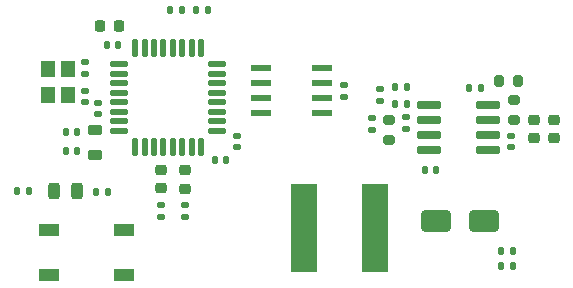
<source format=gbr>
%TF.GenerationSoftware,KiCad,Pcbnew,8.0.1*%
%TF.CreationDate,2024-11-21T12:07:33+07:00*%
%TF.ProjectId,Monitor,4d6f6e69-746f-4722-9e6b-696361645f70,rev?*%
%TF.SameCoordinates,Original*%
%TF.FileFunction,Paste,Top*%
%TF.FilePolarity,Positive*%
%FSLAX46Y46*%
G04 Gerber Fmt 4.6, Leading zero omitted, Abs format (unit mm)*
G04 Created by KiCad (PCBNEW 8.0.1) date 2024-11-21 12:07:33*
%MOMM*%
%LPD*%
G01*
G04 APERTURE LIST*
G04 Aperture macros list*
%AMRoundRect*
0 Rectangle with rounded corners*
0 $1 Rounding radius*
0 $2 $3 $4 $5 $6 $7 $8 $9 X,Y pos of 4 corners*
0 Add a 4 corners polygon primitive as box body*
4,1,4,$2,$3,$4,$5,$6,$7,$8,$9,$2,$3,0*
0 Add four circle primitives for the rounded corners*
1,1,$1+$1,$2,$3*
1,1,$1+$1,$4,$5*
1,1,$1+$1,$6,$7*
1,1,$1+$1,$8,$9*
0 Add four rect primitives between the rounded corners*
20,1,$1+$1,$2,$3,$4,$5,0*
20,1,$1+$1,$4,$5,$6,$7,0*
20,1,$1+$1,$6,$7,$8,$9,0*
20,1,$1+$1,$8,$9,$2,$3,0*%
G04 Aperture macros list end*
%ADD10RoundRect,0.200000X0.200000X0.275000X-0.200000X0.275000X-0.200000X-0.275000X0.200000X-0.275000X0*%
%ADD11R,1.700000X1.000000*%
%ADD12RoundRect,0.140000X0.140000X0.170000X-0.140000X0.170000X-0.140000X-0.170000X0.140000X-0.170000X0*%
%ADD13RoundRect,0.125000X-0.625000X-0.125000X0.625000X-0.125000X0.625000X0.125000X-0.625000X0.125000X0*%
%ADD14RoundRect,0.125000X-0.125000X-0.625000X0.125000X-0.625000X0.125000X0.625000X-0.125000X0.625000X0*%
%ADD15RoundRect,0.140000X-0.170000X0.140000X-0.170000X-0.140000X0.170000X-0.140000X0.170000X0.140000X0*%
%ADD16RoundRect,0.135000X-0.185000X0.135000X-0.185000X-0.135000X0.185000X-0.135000X0.185000X0.135000X0*%
%ADD17RoundRect,0.140000X-0.140000X-0.170000X0.140000X-0.170000X0.140000X0.170000X-0.140000X0.170000X0*%
%ADD18RoundRect,0.218750X0.256250X-0.218750X0.256250X0.218750X-0.256250X0.218750X-0.256250X-0.218750X0*%
%ADD19RoundRect,0.073750X-0.801250X-0.221250X0.801250X-0.221250X0.801250X0.221250X-0.801250X0.221250X0*%
%ADD20RoundRect,0.135000X-0.135000X-0.185000X0.135000X-0.185000X0.135000X0.185000X-0.135000X0.185000X0*%
%ADD21RoundRect,0.200000X-0.275000X0.200000X-0.275000X-0.200000X0.275000X-0.200000X0.275000X0.200000X0*%
%ADD22RoundRect,0.075000X0.910000X0.225000X-0.910000X0.225000X-0.910000X-0.225000X0.910000X-0.225000X0*%
%ADD23RoundRect,0.135000X0.135000X0.185000X-0.135000X0.185000X-0.135000X-0.185000X0.135000X-0.185000X0*%
%ADD24RoundRect,0.243750X-0.243750X-0.456250X0.243750X-0.456250X0.243750X0.456250X-0.243750X0.456250X0*%
%ADD25RoundRect,0.225000X-0.225000X-0.250000X0.225000X-0.250000X0.225000X0.250000X-0.225000X0.250000X0*%
%ADD26RoundRect,0.140000X0.170000X-0.140000X0.170000X0.140000X-0.170000X0.140000X-0.170000X-0.140000X0*%
%ADD27RoundRect,0.225000X-0.250000X0.225000X-0.250000X-0.225000X0.250000X-0.225000X0.250000X0.225000X0*%
%ADD28RoundRect,0.250000X-1.000000X-0.650000X1.000000X-0.650000X1.000000X0.650000X-1.000000X0.650000X0*%
%ADD29RoundRect,0.218750X0.381250X-0.218750X0.381250X0.218750X-0.381250X0.218750X-0.381250X-0.218750X0*%
%ADD30R,2.200000X7.500000*%
%ADD31RoundRect,0.200000X0.275000X-0.200000X0.275000X0.200000X-0.275000X0.200000X-0.275000X-0.200000X0*%
%ADD32R,1.200000X1.400000*%
%ADD33RoundRect,0.135000X0.185000X-0.135000X0.185000X0.135000X-0.185000X0.135000X-0.185000X-0.135000X0*%
G04 APERTURE END LIST*
D10*
%TO.C,R5*%
X94625000Y-103800000D03*
X92975000Y-103800000D03*
%TD*%
D11*
%TO.C,SW1*%
X61220000Y-120220000D03*
X54920000Y-120220000D03*
X61220000Y-116420000D03*
X54920000Y-116420000D03*
%TD*%
D12*
%TO.C,C14*%
X87680000Y-111300000D03*
X86720000Y-111300000D03*
%TD*%
D13*
%TO.C,U1*%
X60825000Y-102375000D03*
X60825000Y-103175000D03*
X60825000Y-103975000D03*
X60825000Y-104775000D03*
X60825000Y-105575000D03*
X60825000Y-106375000D03*
X60825000Y-107175000D03*
X60825000Y-107975000D03*
D14*
X62200000Y-109350000D03*
X63000000Y-109350000D03*
X63800000Y-109350000D03*
X64600000Y-109350000D03*
X65400000Y-109350000D03*
X66200000Y-109350000D03*
X67000000Y-109350000D03*
X67800000Y-109350000D03*
D13*
X69175000Y-107975000D03*
X69175000Y-107175000D03*
X69175000Y-106375000D03*
X69175000Y-105575000D03*
X69175000Y-104775000D03*
X69175000Y-103975000D03*
X69175000Y-103175000D03*
X69175000Y-102375000D03*
D14*
X67800000Y-101000000D03*
X67000000Y-101000000D03*
X66200000Y-101000000D03*
X65400000Y-101000000D03*
X64600000Y-101000000D03*
X63800000Y-101000000D03*
X63000000Y-101000000D03*
X62200000Y-101000000D03*
%TD*%
D15*
%TO.C,C4*%
X70800000Y-108400000D03*
X70800000Y-109360000D03*
%TD*%
D16*
%TO.C,R10*%
X82300000Y-106900000D03*
X82300000Y-107920000D03*
%TD*%
D12*
%TO.C,C19*%
X69900000Y-110500000D03*
X68940000Y-110500000D03*
%TD*%
D17*
%TO.C,C2*%
X58920000Y-113200000D03*
X59880000Y-113200000D03*
%TD*%
D18*
%TO.C,D2*%
X66400000Y-112900000D03*
X66400000Y-111325000D03*
%TD*%
D16*
%TO.C,R3*%
X66400000Y-114300000D03*
X66400000Y-115320000D03*
%TD*%
D19*
%TO.C,U3*%
X72830000Y-102700000D03*
X72830000Y-103970000D03*
X72830000Y-105240000D03*
X72830000Y-106510000D03*
X78000000Y-106510000D03*
X78000000Y-105240000D03*
X78000000Y-103970000D03*
X78000000Y-102700000D03*
%TD*%
D20*
%TO.C,R9*%
X84190000Y-104300000D03*
X85210000Y-104300000D03*
%TD*%
D15*
%TO.C,C5*%
X58000000Y-104600000D03*
X58000000Y-105560000D03*
%TD*%
D21*
%TO.C,R7*%
X83700000Y-107100000D03*
X83700000Y-108750000D03*
%TD*%
D22*
%TO.C,U2*%
X92040000Y-109610000D03*
X92040000Y-108340000D03*
X92040000Y-107070000D03*
X92040000Y-105800000D03*
X87100000Y-105800000D03*
X87100000Y-107070000D03*
X87100000Y-108340000D03*
X87100000Y-109610000D03*
%TD*%
D23*
%TO.C,R11*%
X66210000Y-97800000D03*
X65190000Y-97800000D03*
%TD*%
D17*
%TO.C,C17*%
X93200000Y-118200000D03*
X94160000Y-118200000D03*
%TD*%
D23*
%TO.C,R13*%
X53210000Y-113100000D03*
X52190000Y-113100000D03*
%TD*%
D15*
%TO.C,C12*%
X94040000Y-108400000D03*
X94040000Y-109360000D03*
%TD*%
D24*
%TO.C,D3*%
X55375000Y-113100000D03*
X57250000Y-113100000D03*
%TD*%
D15*
%TO.C,C16*%
X85140000Y-106850000D03*
X85140000Y-107810000D03*
%TD*%
D25*
%TO.C,C1*%
X59250000Y-99100000D03*
X60800000Y-99100000D03*
%TD*%
D17*
%TO.C,C6*%
X59820000Y-100700000D03*
X60780000Y-100700000D03*
%TD*%
D26*
%TO.C,C7*%
X59100000Y-106560000D03*
X59100000Y-105600000D03*
%TD*%
D12*
%TO.C,C9*%
X57300000Y-109675000D03*
X56340000Y-109675000D03*
%TD*%
%TO.C,C8*%
X57280000Y-108075000D03*
X56320000Y-108075000D03*
%TD*%
D18*
%TO.C,D1*%
X64400000Y-112875000D03*
X64400000Y-111300000D03*
%TD*%
D17*
%TO.C,C13*%
X90500000Y-104400000D03*
X91460000Y-104400000D03*
%TD*%
D27*
%TO.C,C11*%
X96000000Y-107060000D03*
X96000000Y-108610000D03*
%TD*%
D16*
%TO.C,R2*%
X64400000Y-114300000D03*
X64400000Y-115320000D03*
%TD*%
D15*
%TO.C,C3*%
X58000000Y-102200000D03*
X58000000Y-103160000D03*
%TD*%
D20*
%TO.C,R12*%
X67380000Y-97800000D03*
X68400000Y-97800000D03*
%TD*%
D28*
%TO.C,D4*%
X87700000Y-115600000D03*
X91700000Y-115600000D03*
%TD*%
D27*
%TO.C,C10*%
X97700000Y-107060000D03*
X97700000Y-108610000D03*
%TD*%
D29*
%TO.C,FB1*%
X58800000Y-110062500D03*
X58800000Y-107937500D03*
%TD*%
D16*
%TO.C,R6*%
X79930000Y-104090000D03*
X79930000Y-105110000D03*
%TD*%
D30*
%TO.C,L1*%
X82500000Y-116200000D03*
X76500000Y-116200000D03*
%TD*%
D31*
%TO.C,R4*%
X94300000Y-107050000D03*
X94300000Y-105400000D03*
%TD*%
D32*
%TO.C,Y1*%
X54800000Y-102800000D03*
X54800000Y-105000000D03*
X56500000Y-105000000D03*
X56500000Y-102800000D03*
%TD*%
D17*
%TO.C,C18*%
X93200000Y-119400000D03*
X94160000Y-119400000D03*
%TD*%
D33*
%TO.C,R8*%
X82900000Y-105510000D03*
X82900000Y-104490000D03*
%TD*%
D12*
%TO.C,C15*%
X85180000Y-105700000D03*
X84220000Y-105700000D03*
%TD*%
M02*

</source>
